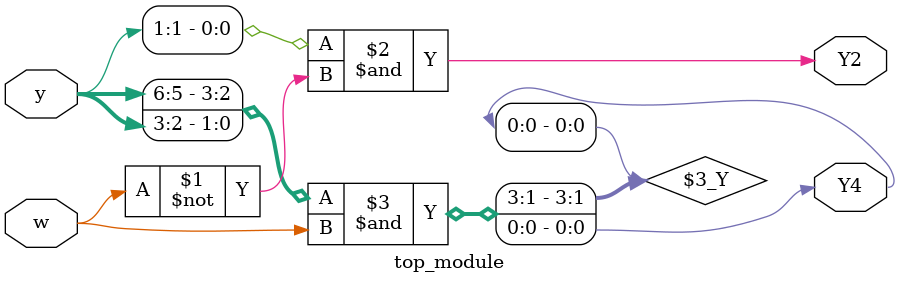
<source format=sv>
module top_module (
	input [6:1] y,
	input w,
	output Y2,
	output Y4
);

	assign Y2 = y[1] & ~w;
	assign Y4 = {y[6], y[5], y[3], y[2]} & w;

endmodule

</source>
